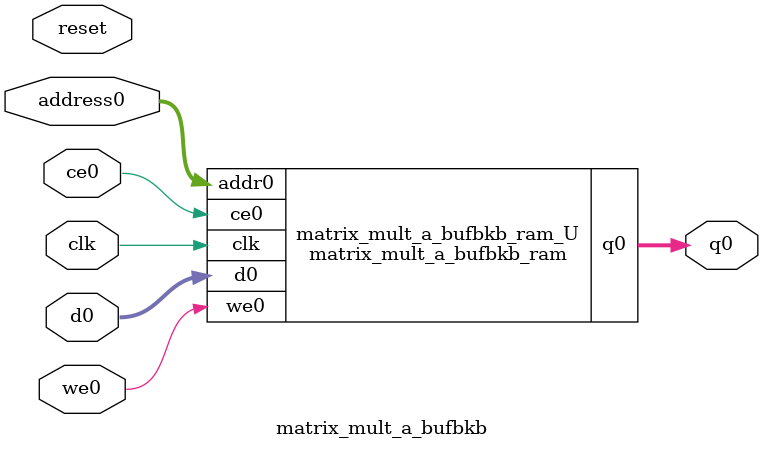
<source format=v>
`timescale 1 ns / 1 ps
module matrix_mult_a_bufbkb_ram (addr0, ce0, d0, we0, q0,  clk);

parameter DWIDTH = 32;
parameter AWIDTH = 4;
parameter MEM_SIZE = 10;

input[AWIDTH-1:0] addr0;
input ce0;
input[DWIDTH-1:0] d0;
input we0;
output reg[DWIDTH-1:0] q0;
input clk;

(* ram_style = "distributed" *)reg [DWIDTH-1:0] ram[0:MEM_SIZE-1];




always @(posedge clk)  
begin 
    if (ce0) begin
        if (we0) 
            ram[addr0] <= d0; 
        q0 <= ram[addr0];
    end
end


endmodule

`timescale 1 ns / 1 ps
module matrix_mult_a_bufbkb(
    reset,
    clk,
    address0,
    ce0,
    we0,
    d0,
    q0);

parameter DataWidth = 32'd32;
parameter AddressRange = 32'd10;
parameter AddressWidth = 32'd4;
input reset;
input clk;
input[AddressWidth - 1:0] address0;
input ce0;
input we0;
input[DataWidth - 1:0] d0;
output[DataWidth - 1:0] q0;



matrix_mult_a_bufbkb_ram matrix_mult_a_bufbkb_ram_U(
    .clk( clk ),
    .addr0( address0 ),
    .ce0( ce0 ),
    .we0( we0 ),
    .d0( d0 ),
    .q0( q0 ));

endmodule


</source>
